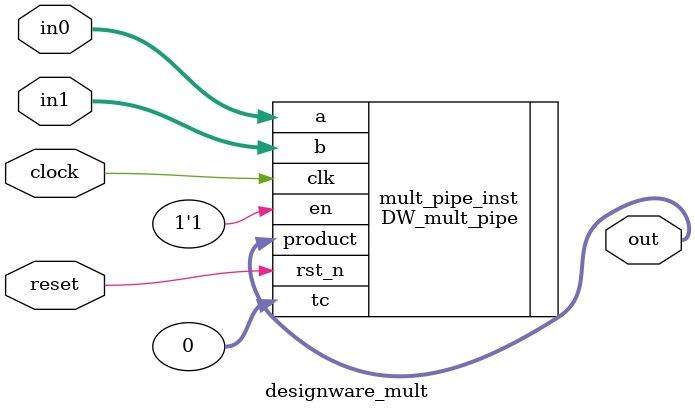
<source format=v>

module designware_mult (clock, reset, in0, in1, out);

parameter IN0_BIT_WIDTH = 16;
parameter IN1_BIT_WIDTH = 16;
parameter OUT_BIT_WIDTH = 16;
parameter SIGNED = 0;		//0 means unsigned, 1 means two's complement signed numbers
parameter NUM_STAGES = 2;	//number of pipeline stages, the latency of the multiply is num_stages - 1

input clock, reset;			//note reset is active low
  input [IN0_BIT_WIDTH-1:0] in0;
  input [IN1_BIT_WIDTH-1:0] in1;
  output [OUT_BIT_WIDTH-1:0] out;

//assumes asynchronous reset
DW_mult_pipe #(.a_width(IN0_BIT_WIDTH), .b_width(IN1_BIT_WIDTH), .num_stages(NUM_STAGES), .stall_mode(1'b0), .rst_mode(1)) mult_pipe_inst (.clk(clock), .rst_n(reset), .en(1'b1), .tc(SIGNED), .a(in0), .b(in1), .product(out));

endmodule

</source>
